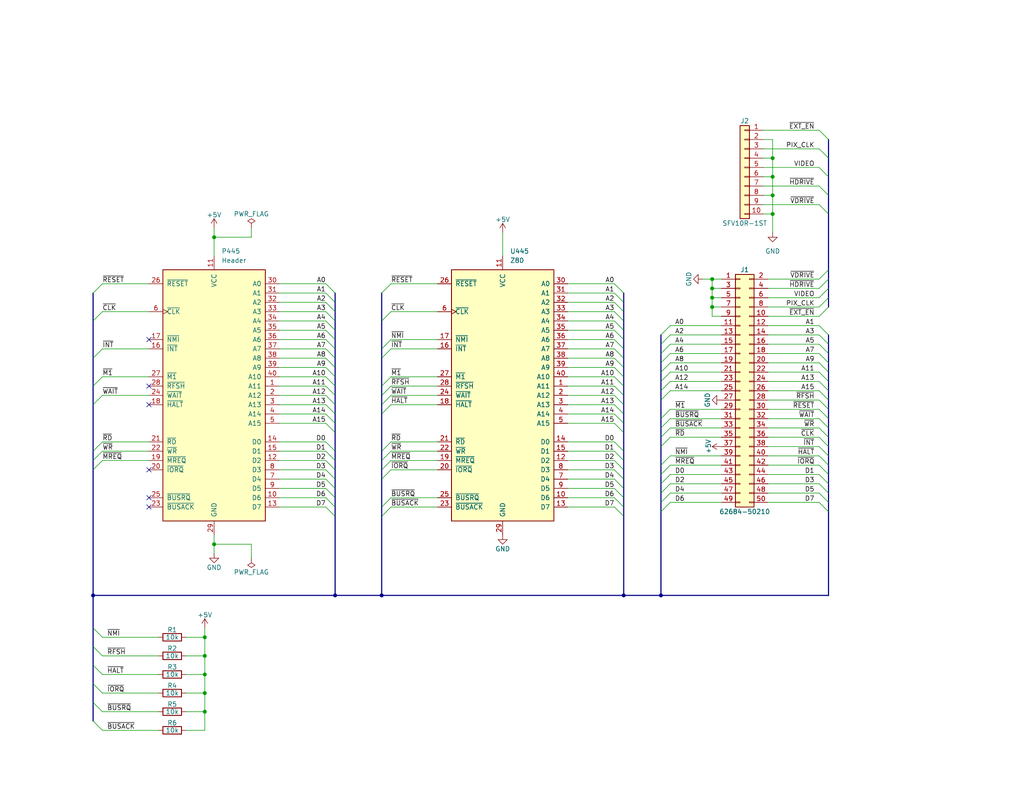
<source format=kicad_sch>
(kicad_sch (version 20211123) (generator eeschema)
  (paper "USLetter")
  (title_block (title "1240-Pi I/O Processor Mod") (date "2022-05-21") (rev "1.0") (company "© 2022 Sam Hanes, licensed under CERN-OHL-S v2+") (comment 1 "https://github.com/Elemecca/1240pi"))
  (lib_symbols
    (symbol "CPU:Z80CPU" (pin_names (offset 1.016))
      (property "Reference" "U" (at -13.97 35.56 0))
      (property "Value" "Z80CPU" (at 6.35 35.56 0))
      (symbol "Z80CPU_0_1"
        (rectangle (start -13.97 34.29) (end 13.97 -34.29) (stroke (width 0.254)) (fill (type background)))
      )
      (symbol "Z80CPU_1_1"
        (pin output line (at 17.78 2.54 180) (length 3.81) (name "A11") (number "1"))
        (pin bidirectional line (at 17.78 -27.94 180) (length 3.81) (name "D6") (number "10"))
        (pin power_in line (at 0 38.1 270) (length 3.81) (name "VCC") (number "11"))
        (pin bidirectional line (at 17.78 -17.78 180) (length 3.81) (name "D2") (number "12"))
        (pin bidirectional line (at 17.78 -30.48 180) (length 3.81) (name "D7") (number "13"))
        (pin bidirectional line (at 17.78 -12.7 180) (length 3.81) (name "D0") (number "14"))
        (pin bidirectional line (at 17.78 -15.24 180) (length 3.81) (name "D1") (number "15"))
        (pin input line (at -17.78 12.7 0) (length 3.81) (name "~{INT}") (number "16"))
        (pin input line (at -17.78 15.24 0) (length 3.81) (name "~{NMI}") (number "17"))
        (pin output line (at -17.78 -2.54 0) (length 3.81) (name "~{HALT}") (number "18"))
        (pin output line (at -17.78 -17.78 0) (length 3.81) (name "~{MREQ}") (number "19"))
        (pin output line (at 17.78 0 180) (length 3.81) (name "A12") (number "2"))
        (pin output line (at -17.78 -20.32 0) (length 3.81) (name "~{IORQ}") (number "20"))
        (pin output line (at -17.78 -12.7 0) (length 3.81) (name "~{RD}") (number "21"))
        (pin output line (at -17.78 -15.24 0) (length 3.81) (name "~{WR}") (number "22"))
        (pin output line (at -17.78 -30.48 0) (length 3.81) (name "~{BUSACK}") (number "23"))
        (pin input line (at -17.78 0 0) (length 3.81) (name "~{WAIT}") (number "24"))
        (pin input line (at -17.78 -27.94 0) (length 3.81) (name "~{BUSRQ}") (number "25"))
        (pin input line (at -17.78 30.48 0) (length 3.81) (name "~{RESET}") (number "26"))
        (pin output line (at -17.78 5.08 0) (length 3.81) (name "~{M1}") (number "27"))
        (pin output line (at -17.78 2.54 0) (length 3.81) (name "~{RFSH}") (number "28"))
        (pin power_in line (at 0 -38.1 90) (length 3.81) (name "GND") (number "29"))
        (pin output line (at 17.78 -2.54 180) (length 3.81) (name "A13") (number "3"))
        (pin output line (at 17.78 30.48 180) (length 3.81) (name "A0") (number "30"))
        (pin output line (at 17.78 27.94 180) (length 3.81) (name "A1") (number "31"))
        (pin output line (at 17.78 25.4 180) (length 3.81) (name "A2") (number "32"))
        (pin output line (at 17.78 22.86 180) (length 3.81) (name "A3") (number "33"))
        (pin output line (at 17.78 20.32 180) (length 3.81) (name "A4") (number "34"))
        (pin output line (at 17.78 17.78 180) (length 3.81) (name "A5") (number "35"))
        (pin output line (at 17.78 15.24 180) (length 3.81) (name "A6") (number "36"))
        (pin output line (at 17.78 12.7 180) (length 3.81) (name "A7") (number "37"))
        (pin output line (at 17.78 10.16 180) (length 3.81) (name "A8") (number "38"))
        (pin output line (at 17.78 7.62 180) (length 3.81) (name "A9") (number "39"))
        (pin output line (at 17.78 -5.08 180) (length 3.81) (name "A14") (number "4"))
        (pin output line (at 17.78 5.08 180) (length 3.81) (name "A10") (number "40"))
        (pin output line (at 17.78 -7.62 180) (length 3.81) (name "A15") (number "5"))
        (pin input clock (at -17.78 22.86 0) (length 3.81) (name "~{CLK}") (number "6"))
        (pin bidirectional line (at 17.78 -22.86 180) (length 3.81) (name "D4") (number "7"))
        (pin bidirectional line (at 17.78 -20.32 180) (length 3.81) (name "D3") (number "8"))
        (pin bidirectional line (at 17.78 -25.4 180) (length 3.81) (name "D5") (number "9"))
      )
    )
    (symbol "Connector_Generic:Conn_01x10" (pin_names (offset 1.016) hide)
      (property "Reference" "J" (at 0 12.7 0))
      (property "Value" "Conn_01x10" (at 0 -15.24 0))
      (symbol "Conn_01x10_1_1"
        (rectangle (start -1.27 -12.573) (end 0 -12.827) (stroke (width 0.1524)))
        (rectangle (start -1.27 -10.033) (end 0 -10.287) (stroke (width 0.1524)))
        (rectangle (start -1.27 -7.493) (end 0 -7.747) (stroke (width 0.1524)))
        (rectangle (start -1.27 -4.953) (end 0 -5.207) (stroke (width 0.1524)))
        (rectangle (start -1.27 -2.413) (end 0 -2.667) (stroke (width 0.1524)))
        (rectangle (start -1.27 0.127) (end 0 -0.127) (stroke (width 0.1524)))
        (rectangle (start -1.27 2.667) (end 0 2.413) (stroke (width 0.1524)))
        (rectangle (start -1.27 5.207) (end 0 4.953) (stroke (width 0.1524)))
        (rectangle (start -1.27 7.747) (end 0 7.493) (stroke (width 0.1524)))
        (rectangle (start -1.27 10.287) (end 0 10.033) (stroke (width 0.1524)))
        (rectangle (start -1.27 11.43) (end 1.27 -13.97) (stroke (width 0.254)) (fill (type background)))
        (pin passive line (at -5.08 10.16 0) (length 3.81) (name "Pin_1") (number "1"))
        (pin passive line (at -5.08 -12.7 0) (length 3.81) (name "Pin_10") (number "10"))
        (pin passive line (at -5.08 7.62 0) (length 3.81) (name "Pin_2") (number "2"))
        (pin passive line (at -5.08 5.08 0) (length 3.81) (name "Pin_3") (number "3"))
        (pin passive line (at -5.08 2.54 0) (length 3.81) (name "Pin_4") (number "4"))
        (pin passive line (at -5.08 0 0) (length 3.81) (name "Pin_5") (number "5"))
        (pin passive line (at -5.08 -2.54 0) (length 3.81) (name "Pin_6") (number "6"))
        (pin passive line (at -5.08 -5.08 0) (length 3.81) (name "Pin_7") (number "7"))
        (pin passive line (at -5.08 -7.62 0) (length 3.81) (name "Pin_8") (number "8"))
        (pin passive line (at -5.08 -10.16 0) (length 3.81) (name "Pin_9") (number "9"))
      )
    )
    (symbol "Connector_Generic:Conn_02x25_Odd_Even" (pin_names (offset 1.016) hide)
      (property "Reference" "J" (at 1.27 33.02 0))
      (property "Value" "Conn_02x25_Odd_Even" (at 1.27 -33.02 0))
      (symbol "Conn_02x25_Odd_Even_1_1"
        (rectangle (start -1.27 -30.353) (end 0 -30.607) (stroke (width 0.1524)))
        (rectangle (start -1.27 -27.813) (end 0 -28.067) (stroke (width 0.1524)))
        (rectangle (start -1.27 -25.273) (end 0 -25.527) (stroke (width 0.1524)))
        (rectangle (start -1.27 -22.733) (end 0 -22.987) (stroke (width 0.1524)))
        (rectangle (start -1.27 -20.193) (end 0 -20.447) (stroke (width 0.1524)))
        (rectangle (start -1.27 -17.653) (end 0 -17.907) (stroke (width 0.1524)))
        (rectangle (start -1.27 -15.113) (end 0 -15.367) (stroke (width 0.1524)))
        (rectangle (start -1.27 -12.573) (end 0 -12.827) (stroke (width 0.1524)))
        (rectangle (start -1.27 -10.033) (end 0 -10.287) (stroke (width 0.1524)))
        (rectangle (start -1.27 -7.493) (end 0 -7.747) (stroke (width 0.1524)))
        (rectangle (start -1.27 -4.953) (end 0 -5.207) (stroke (width 0.1524)))
        (rectangle (start -1.27 -2.413) (end 0 -2.667) (stroke (width 0.1524)))
        (rectangle (start -1.27 0.127) (end 0 -0.127) (stroke (width 0.1524)))
        (rectangle (start -1.27 2.667) (end 0 2.413) (stroke (width 0.1524)))
        (rectangle (start -1.27 5.207) (end 0 4.953) (stroke (width 0.1524)))
        (rectangle (start -1.27 7.747) (end 0 7.493) (stroke (width 0.1524)))
        (rectangle (start -1.27 10.287) (end 0 10.033) (stroke (width 0.1524)))
        (rectangle (start -1.27 12.827) (end 0 12.573) (stroke (width 0.1524)))
        (rectangle (start -1.27 15.367) (end 0 15.113) (stroke (width 0.1524)))
        (rectangle (start -1.27 17.907) (end 0 17.653) (stroke (width 0.1524)))
        (rectangle (start -1.27 20.447) (end 0 20.193) (stroke (width 0.1524)))
        (rectangle (start -1.27 22.987) (end 0 22.733) (stroke (width 0.1524)))
        (rectangle (start -1.27 25.527) (end 0 25.273) (stroke (width 0.1524)))
        (rectangle (start -1.27 28.067) (end 0 27.813) (stroke (width 0.1524)))
        (rectangle (start -1.27 30.607) (end 0 30.353) (stroke (width 0.1524)))
        (rectangle (start -1.27 31.75) (end 3.81 -31.75) (stroke (width 0.254)) (fill (type background)))
        (rectangle (start 3.81 -30.353) (end 2.54 -30.607) (stroke (width 0.1524)))
        (rectangle (start 3.81 -27.813) (end 2.54 -28.067) (stroke (width 0.1524)))
        (rectangle (start 3.81 -25.273) (end 2.54 -25.527) (stroke (width 0.1524)))
        (rectangle (start 3.81 -22.733) (end 2.54 -22.987) (stroke (width 0.1524)))
        (rectangle (start 3.81 -20.193) (end 2.54 -20.447) (stroke (width 0.1524)))
        (rectangle (start 3.81 -17.653) (end 2.54 -17.907) (stroke (width 0.1524)))
        (rectangle (start 3.81 -15.113) (end 2.54 -15.367) (stroke (width 0.1524)))
        (rectangle (start 3.81 -12.573) (end 2.54 -12.827) (stroke (width 0.1524)))
        (rectangle (start 3.81 -10.033) (end 2.54 -10.287) (stroke (width 0.1524)))
        (rectangle (start 3.81 -7.493) (end 2.54 -7.747) (stroke (width 0.1524)))
        (rectangle (start 3.81 -4.953) (end 2.54 -5.207) (stroke (width 0.1524)))
        (rectangle (start 3.81 -2.413) (end 2.54 -2.667) (stroke (width 0.1524)))
        (rectangle (start 3.81 0.127) (end 2.54 -0.127) (stroke (width 0.1524)))
        (rectangle (start 3.81 2.667) (end 2.54 2.413) (stroke (width 0.1524)))
        (rectangle (start 3.81 5.207) (end 2.54 4.953) (stroke (width 0.1524)))
        (rectangle (start 3.81 7.747) (end 2.54 7.493) (stroke (width 0.1524)))
        (rectangle (start 3.81 10.287) (end 2.54 10.033) (stroke (width 0.1524)))
        (rectangle (start 3.81 12.827) (end 2.54 12.573) (stroke (width 0.1524)))
        (rectangle (start 3.81 15.367) (end 2.54 15.113) (stroke (width 0.1524)))
        (rectangle (start 3.81 17.907) (end 2.54 17.653) (stroke (width 0.1524)))
        (rectangle (start 3.81 20.447) (end 2.54 20.193) (stroke (width 0.1524)))
        (rectangle (start 3.81 22.987) (end 2.54 22.733) (stroke (width 0.1524)))
        (rectangle (start 3.81 25.527) (end 2.54 25.273) (stroke (width 0.1524)))
        (rectangle (start 3.81 28.067) (end 2.54 27.813) (stroke (width 0.1524)))
        (rectangle (start 3.81 30.607) (end 2.54 30.353) (stroke (width 0.1524)))
        (pin passive line (at -5.08 30.48 0) (length 3.81) (name "Pin_1") (number "1"))
        (pin passive line (at 7.62 20.32 180) (length 3.81) (name "Pin_10") (number "10"))
        (pin passive line (at -5.08 17.78 0) (length 3.81) (name "Pin_11") (number "11"))
        (pin passive line (at 7.62 17.78 180) (length 3.81) (name "Pin_12") (number "12"))
        (pin passive line (at -5.08 15.24 0) (length 3.81) (name "Pin_13") (number "13"))
        (pin passive line (at 7.62 15.24 180) (length 3.81) (name "Pin_14") (number "14"))
        (pin passive line (at -5.08 12.7 0) (length 3.81) (name "Pin_15") (number "15"))
        (pin passive line (at 7.62 12.7 180) (length 3.81) (name "Pin_16") (number "16"))
        (pin passive line (at -5.08 10.16 0) (length 3.81) (name "Pin_17") (number "17"))
        (pin passive line (at 7.62 10.16 180) (length 3.81) (name "Pin_18") (number "18"))
        (pin passive line (at -5.08 7.62 0) (length 3.81) (name "Pin_19") (number "19"))
        (pin passive line (at 7.62 30.48 180) (length 3.81) (name "Pin_2") (number "2"))
        (pin passive line (at 7.62 7.62 180) (length 3.81) (name "Pin_20") (number "20"))
        (pin passive line (at -5.08 5.08 0) (length 3.81) (name "Pin_21") (number "21"))
        (pin passive line (at 7.62 5.08 180) (length 3.81) (name "Pin_22") (number "22"))
        (pin passive line (at -5.08 2.54 0) (length 3.81) (name "Pin_23") (number "23"))
        (pin passive line (at 7.62 2.54 180) (length 3.81) (name "Pin_24") (number "24"))
        (pin passive line (at -5.08 0 0) (length 3.81) (name "Pin_25") (number "25"))
        (pin passive line (at 7.62 0 180) (length 3.81) (name "Pin_26") (number "26"))
        (pin passive line (at -5.08 -2.54 0) (length 3.81) (name "Pin_27") (number "27"))
        (pin passive line (at 7.62 -2.54 180) (length 3.81) (name "Pin_28") (number "28"))
        (pin passive line (at -5.08 -5.08 0) (length 3.81) (name "Pin_29") (number "29"))
        (pin passive line (at -5.08 27.94 0) (length 3.81) (name "Pin_3") (number "3"))
        (pin passive line (at 7.62 -5.08 180) (length 3.81) (name "Pin_30") (number "30"))
        (pin passive line (at -5.08 -7.62 0) (length 3.81) (name "Pin_31") (number "31"))
        (pin passive line (at 7.62 -7.62 180) (length 3.81) (name "Pin_32") (number "32"))
        (pin passive line (at -5.08 -10.16 0) (length 3.81) (name "Pin_33") (number "33"))
        (pin passive line (at 7.62 -10.16 180) (length 3.81) (name "Pin_34") (number "34"))
        (pin passive line (at -5.08 -12.7 0) (length 3.81) (name "Pin_35") (number "35"))
        (pin passive line (at 7.62 -12.7 180) (length 3.81) (name "Pin_36") (number "36"))
        (pin passive line (at -5.08 -15.24 0) (length 3.81) (name "Pin_37") (number "37"))
        (pin passive line (at 7.62 -15.24 180) (length 3.81) (name "Pin_38") (number "38"))
        (pin passive line (at -5.08 -17.78 0) (length 3.81) (name "Pin_39") (number "39"))
        (pin passive line (at 7.62 27.94 180) (length 3.81) (name "Pin_4") (number "4"))
        (pin passive line (at 7.62 -17.78 180) (length 3.81) (name "Pin_40") (number "40"))
        (pin passive line (at -5.08 -20.32 0) (length 3.81) (name "Pin_41") (number "41"))
        (pin passive line (at 7.62 -20.32 180) (length 3.81) (name "Pin_42") (number "42"))
        (pin passive line (at -5.08 -22.86 0) (length 3.81) (name "Pin_43") (number "43"))
        (pin passive line (at 7.62 -22.86 180) (length 3.81) (name "Pin_44") (number "44"))
        (pin passive line (at -5.08 -25.4 0) (length 3.81) (name "Pin_45") (number "45"))
        (pin passive line (at 7.62 -25.4 180) (length 3.81) (name "Pin_46") (number "46"))
        (pin passive line (at -5.08 -27.94 0) (length 3.81) (name "Pin_47") (number "47"))
        (pin passive line (at 7.62 -27.94 180) (length 3.81) (name "Pin_48") (number "48"))
        (pin passive line (at -5.08 -30.48 0) (length 3.81) (name "Pin_49") (number "49"))
        (pin passive line (at -5.08 25.4 0) (length 3.81) (name "Pin_5") (number "5"))
        (pin passive line (at 7.62 -30.48 180) (length 3.81) (name "Pin_50") (number "50"))
        (pin passive line (at 7.62 25.4 180) (length 3.81) (name "Pin_6") (number "6"))
        (pin passive line (at -5.08 22.86 0) (length 3.81) (name "Pin_7") (number "7"))
        (pin passive line (at 7.62 22.86 180) (length 3.81) (name "Pin_8") (number "8"))
        (pin passive line (at -5.08 20.32 0) (length 3.81) (name "Pin_9") (number "9"))
      )
    )
    (symbol "Device:R" (pin_numbers hide) (pin_names (offset 0))
      (property "Reference" "R" (at 2.032 0 90))
      (property "Value" "R" (at 0 0 90))
      (symbol "R_0_1"
        (rectangle (start -1.016 -2.54) (end 1.016 2.54) (stroke (width 0.254)))
      )
      (symbol "R_1_1"
        (pin passive line (at 0 3.81 270) (length 1.27) (name "~") (number "1"))
        (pin passive line (at 0 -3.81 90) (length 1.27) (name "~") (number "2"))
      )
    )
    (symbol "power:+5V" (power) (pin_names (offset 0))
      (property "Value" "+5V" (at 0 3.556 0))
      (symbol "+5V_0_1"
        (polyline (pts (xy -0.762 1.27) (xy 0 2.54)))
        (polyline (pts (xy 0 0) (xy 0 2.54)))
        (polyline (pts (xy 0 2.54) (xy 0.762 1.27)))
      )
      (symbol "+5V_1_1"
        (pin power_in line (at 0 0 90) (length 0) hide (name "+5V") (number "1"))
      )
    )
    (symbol "power:GND" (power) (pin_names (offset 0))
      (property "Value" "GND" (at 0 -3.81 0))
      (symbol "GND_0_1"
        (polyline (pts (xy 0 0) (xy 0 -1.27) (xy 1.27 -1.27) (xy 0 -2.54) (xy -1.27 -1.27) (xy 0 -1.27)))
      )
      (symbol "GND_1_1"
        (pin power_in line (at 0 0 270) (length 0) hide (name "GND") (number "1"))
      )
    )
    (symbol "power:PWR_FLAG" (power) (pin_numbers hide) (pin_names (offset 0) hide)
      (property "Value" "PWR_FLAG" (at 0 3.81 0))
      (symbol "PWR_FLAG_0_0"
        (pin power_out line (at 0 0 90) (length 0) (name "pwr") (number "1"))
      )
      (symbol "PWR_FLAG_0_1"
        (polyline (pts (xy 0 0) (xy 0 1.27) (xy -1.016 1.905) (xy 0 2.54) (xy 1.016 1.905) (xy 0 1.27)))
      )
    )
  )
  (junction (at 55.88 189.23))
  (junction (at 170.18 162.56))
  (junction (at 91.44 162.56))
  (junction (at 194.31 78.74))
  (junction (at 210.82 48.26))
  (junction (at 58.42 64.77))
  (junction (at 210.82 53.34))
  (junction (at 210.82 58.42))
  (junction (at 55.88 179.07))
  (junction (at 55.88 194.31))
  (junction (at 194.31 76.2))
  (junction (at 25.4 162.56))
  (junction (at 55.88 184.15))
  (junction (at 58.42 148.59))
  (junction (at 55.88 173.99))
  (junction (at 104.14 162.56))
  (junction (at 194.31 81.28))
  (junction (at 210.82 43.18))
  (junction (at 180.34 162.56))
  (junction (at 194.31 83.82))
  (no_connect (at 40.64 92.71))
  (no_connect (at 40.64 110.49))
  (no_connect (at 40.64 105.41))
  (no_connect (at 40.64 135.89))
  (no_connect (at 40.64 138.43))
  (no_connect (at 40.64 128.27))
  (bus_entry (at 88.9 128.27) (size 2.54 2.54))
  (bus_entry (at 223.52 99.06) (size 2.54 2.54))
  (bus_entry (at 27.94 120.65) (size -2.54 2.54))
  (bus_entry (at 167.64 80.01) (size 2.54 2.54))
  (bus_entry (at 223.52 116.84) (size 2.54 2.54))
  (bus_entry (at 223.52 127) (size 2.54 2.54))
  (bus_entry (at 27.94 95.25) (size -2.54 2.54))
  (bus_entry (at 223.52 106.68) (size 2.54 2.54))
  (bus_entry (at 167.64 125.73) (size 2.54 2.54))
  (bus_entry (at 167.64 138.43) (size 2.54 2.54))
  (bus_entry (at 223.52 114.3) (size 2.54 2.54))
  (bus_entry (at 223.52 40.64) (size 2.54 2.54))
  (bus_entry (at 223.52 35.56) (size 2.54 2.54))
  (bus_entry (at 223.52 45.72) (size 2.54 2.54))
  (bus_entry (at 223.52 55.88) (size 2.54 2.54))
  (bus_entry (at 223.52 50.8) (size 2.54 2.54))
  (bus_entry (at 106.68 138.43) (size -2.54 2.54))
  (bus_entry (at 27.94 123.19) (size -2.54 2.54))
  (bus_entry (at 167.64 123.19) (size 2.54 2.54))
  (bus_entry (at 167.64 102.87) (size 2.54 2.54))
  (bus_entry (at 182.88 132.08) (size -2.54 2.54))
  (bus_entry (at 223.52 88.9) (size 2.54 2.54))
  (bus_entry (at 88.9 85.09) (size 2.54 2.54))
  (bus_entry (at 167.64 107.95) (size 2.54 2.54))
  (bus_entry (at 88.9 123.19) (size 2.54 2.54))
  (bus_entry (at 223.52 121.92) (size 2.54 2.54))
  (bus_entry (at 182.88 88.9) (size -2.54 2.54))
  (bus_entry (at 167.64 130.81) (size 2.54 2.54))
  (bus_entry (at 182.88 99.06) (size -2.54 2.54))
  (bus_entry (at 223.52 109.22) (size 2.54 2.54))
  (bus_entry (at 88.9 105.41) (size 2.54 2.54))
  (bus_entry (at 167.64 105.41) (size 2.54 2.54))
  (bus_entry (at 167.64 115.57) (size 2.54 2.54))
  (bus_entry (at 223.52 129.54) (size 2.54 2.54))
  (bus_entry (at 167.64 133.35) (size 2.54 2.54))
  (bus_entry (at 106.68 105.41) (size -2.54 2.54))
  (bus_entry (at 182.88 111.76) (size -2.54 2.54))
  (bus_entry (at 167.64 90.17) (size 2.54 2.54))
  (bus_entry (at 167.64 82.55) (size 2.54 2.54))
  (bus_entry (at 182.88 106.68) (size -2.54 2.54))
  (bus_entry (at 106.68 77.47) (size -2.54 2.54))
  (bus_entry (at 223.52 137.16) (size 2.54 2.54))
  (bus_entry (at 106.68 128.27) (size -2.54 2.54))
  (bus_entry (at 223.52 124.46) (size 2.54 2.54))
  (bus_entry (at 27.94 125.73) (size -2.54 2.54))
  (bus_entry (at 223.52 91.44) (size 2.54 2.54))
  (bus_entry (at 106.68 110.49) (size -2.54 2.54))
  (bus_entry (at 88.9 92.71) (size 2.54 2.54))
  (bus_entry (at 182.88 137.16) (size -2.54 2.54))
  (bus_entry (at 27.94 77.47) (size -2.54 2.54))
  (bus_entry (at 88.9 120.65) (size 2.54 2.54))
  (bus_entry (at 182.88 91.44) (size -2.54 2.54))
  (bus_entry (at 88.9 95.25) (size 2.54 2.54))
  (bus_entry (at 88.9 138.43) (size 2.54 2.54))
  (bus_entry (at 106.68 95.25) (size -2.54 2.54))
  (bus_entry (at 88.9 107.95) (size 2.54 2.54))
  (bus_entry (at 223.52 101.6) (size 2.54 2.54))
  (bus_entry (at 88.9 110.49) (size 2.54 2.54))
  (bus_entry (at 167.64 95.25) (size 2.54 2.54))
  (bus_entry (at 27.94 85.09) (size -2.54 2.54))
  (bus_entry (at 182.88 96.52) (size -2.54 2.54))
  (bus_entry (at 182.88 127) (size -2.54 2.54))
  (bus_entry (at 106.68 92.71) (size -2.54 2.54))
  (bus_entry (at 167.64 113.03) (size 2.54 2.54))
  (bus_entry (at 88.9 82.55) (size 2.54 2.54))
  (bus_entry (at 106.68 102.87) (size -2.54 2.54))
  (bus_entry (at 167.64 77.47) (size 2.54 2.54))
  (bus_entry (at 106.68 107.95) (size -2.54 2.54))
  (bus_entry (at 106.68 85.09) (size -2.54 2.54))
  (bus_entry (at 167.64 110.49) (size 2.54 2.54))
  (bus_entry (at 88.9 135.89) (size 2.54 2.54))
  (bus_entry (at 88.9 77.47) (size 2.54 2.54))
  (bus_entry (at 27.94 107.95) (size -2.54 2.54))
  (bus_entry (at 182.88 104.14) (size -2.54 2.54))
  (bus_entry (at 88.9 97.79) (size 2.54 2.54))
  (bus_entry (at 223.52 134.62) (size 2.54 2.54))
  (bus_entry (at 167.64 85.09) (size 2.54 2.54))
  (bus_entry (at 182.88 101.6) (size -2.54 2.54))
  (bus_entry (at 182.88 116.84) (size -2.54 2.54))
  (bus_entry (at 106.68 135.89) (size -2.54 2.54))
  (bus_entry (at 223.52 76.2) (size 2.54 -2.54))
  (bus_entry (at 88.9 80.01) (size 2.54 2.54))
  (bus_entry (at 106.68 123.19) (size -2.54 2.54))
  (bus_entry (at 88.9 125.73) (size 2.54 2.54))
  (bus_entry (at 106.68 125.73) (size -2.54 2.54))
  (bus_entry (at 223.52 119.38) (size 2.54 2.54))
  (bus_entry (at 167.64 120.65) (size 2.54 2.54))
  (bus_entry (at 167.64 97.79) (size 2.54 2.54))
  (bus_entry (at 167.64 87.63) (size 2.54 2.54))
  (bus_entry (at 27.94 102.87) (size -2.54 2.54))
  (bus_entry (at 223.52 96.52) (size 2.54 2.54))
  (bus_entry (at 88.9 130.81) (size 2.54 2.54))
  (bus_entry (at 223.52 132.08) (size 2.54 2.54))
  (bus_entry (at 223.52 78.74) (size 2.54 -2.54))
  (bus_entry (at 223.52 81.28) (size 2.54 -2.54))
  (bus_entry (at 223.52 83.82) (size 2.54 -2.54))
  (bus_entry (at 223.52 86.36) (size 2.54 -2.54))
  (bus_entry (at 182.88 134.62) (size -2.54 2.54))
  (bus_entry (at 106.68 120.65) (size -2.54 2.54))
  (bus_entry (at 88.9 100.33) (size 2.54 2.54))
  (bus_entry (at 88.9 113.03) (size 2.54 2.54))
  (bus_entry (at 88.9 115.57) (size 2.54 2.54))
  (bus_entry (at 88.9 90.17) (size 2.54 2.54))
  (bus_entry (at 167.64 100.33) (size 2.54 2.54))
  (bus_entry (at 167.64 92.71) (size 2.54 2.54))
  (bus_entry (at 182.88 129.54) (size -2.54 2.54))
  (bus_entry (at 223.52 111.76) (size 2.54 2.54))
  (bus_entry (at 27.94 194.31) (size -2.54 -2.54))
  (bus_entry (at 27.94 199.39) (size -2.54 -2.54))
  (bus_entry (at 27.94 189.23) (size -2.54 -2.54))
  (bus_entry (at 27.94 173.99) (size -2.54 -2.54))
  (bus_entry (at 27.94 179.07) (size -2.54 -2.54))
  (bus_entry (at 27.94 184.15) (size -2.54 -2.54))
  (bus_entry (at 182.88 119.38) (size -2.54 2.54))
  (bus_entry (at 88.9 87.63) (size 2.54 2.54))
  (bus_entry (at 223.52 93.98) (size 2.54 2.54))
  (bus_entry (at 182.88 124.46) (size -2.54 2.54))
  (bus_entry (at 182.88 114.3) (size -2.54 2.54))
  (bus_entry (at 167.64 135.89) (size 2.54 2.54))
  (bus_entry (at 182.88 93.98) (size -2.54 2.54))
  (bus_entry (at 88.9 133.35) (size 2.54 2.54))
  (bus_entry (at 88.9 102.87) (size 2.54 2.54))
  (bus_entry (at 223.52 104.14) (size 2.54 2.54))
  (bus_entry (at 167.64 128.27) (size 2.54 2.54))
  (wire (pts (xy 58.42 148.59) (xy 58.42 151.13)))
  (bus (pts (xy 91.44 100.33) (xy 91.44 102.87)))
  (bus (pts (xy 226.06 58.42) (xy 226.06 73.66)))
  (wire (pts (xy 68.58 152.4) (xy 68.58 148.59)))
  (wire (pts (xy 76.2 82.55) (xy 88.9 82.55)))
  (wire (pts (xy 209.55 132.08) (xy 223.52 132.08)))
  (wire (pts (xy 209.55 109.22) (xy 223.52 109.22)))
  (wire (pts (xy 154.94 133.35) (xy 167.64 133.35)))
  (bus (pts (xy 180.34 127) (xy 180.34 129.54)))
  (bus (pts (xy 91.44 105.41) (xy 91.44 107.95)))
  (wire (pts (xy 182.88 119.38) (xy 196.85 119.38)))
  (wire (pts (xy 58.42 64.77) (xy 58.42 69.85)))
  (bus (pts (xy 180.34 96.52) (xy 180.34 99.06)))
  (bus (pts (xy 180.34 162.56) (xy 170.18 162.56)))
  (bus (pts (xy 91.44 130.81) (xy 91.44 133.35)))
  (wire (pts (xy 209.55 129.54) (xy 223.52 129.54)))
  (bus (pts (xy 226.06 106.68) (xy 226.06 109.22)))
  (wire (pts (xy 106.68 128.27) (xy 119.38 128.27)))
  (bus (pts (xy 91.44 113.03) (xy 91.44 115.57)))
  (wire (pts (xy 154.94 123.19) (xy 167.64 123.19)))
  (bus (pts (xy 226.06 139.7) (xy 226.06 162.56)))
  (bus (pts (xy 226.06 109.22) (xy 226.06 111.76)))
  (bus (pts (xy 91.44 107.95) (xy 91.44 110.49)))
  (wire (pts (xy 76.2 123.19) (xy 88.9 123.19)))
  (wire (pts (xy 106.68 102.87) (xy 119.38 102.87)))
  (wire (pts (xy 154.94 120.65) (xy 167.64 120.65)))
  (bus (pts (xy 104.14 110.49) (xy 104.14 113.03)))
  (wire (pts (xy 76.2 115.57) (xy 88.9 115.57)))
  (wire (pts (xy 210.82 38.1) (xy 208.28 38.1)))
  (wire (pts (xy 76.2 87.63) (xy 88.9 87.63)))
  (bus (pts (xy 91.44 128.27) (xy 91.44 130.81)))
  (bus (pts (xy 25.4 186.69) (xy 25.4 191.77)))
  (wire (pts (xy 154.94 85.09) (xy 167.64 85.09)))
  (wire (pts (xy 27.94 184.15) (xy 43.18 184.15)))
  (wire (pts (xy 209.55 111.76) (xy 223.52 111.76)))
  (wire (pts (xy 27.94 123.19) (xy 40.64 123.19)))
  (bus (pts (xy 91.44 118.11) (xy 91.44 123.19)))
  (bus (pts (xy 170.18 102.87) (xy 170.18 105.41)))
  (wire (pts (xy 50.8 199.39) (xy 55.88 199.39)))
  (bus (pts (xy 91.44 87.63) (xy 91.44 90.17)))
  (wire (pts (xy 209.55 86.36) (xy 223.52 86.36)))
  (bus (pts (xy 226.06 101.6) (xy 226.06 104.14)))
  (wire (pts (xy 208.28 50.8) (xy 223.52 50.8)))
  (bus (pts (xy 91.44 110.49) (xy 91.44 113.03)))
  (wire (pts (xy 182.88 124.46) (xy 196.85 124.46)))
  (bus (pts (xy 226.06 78.74) (xy 226.06 81.28)))
  (wire (pts (xy 154.94 87.63) (xy 167.64 87.63)))
  (bus (pts (xy 91.44 162.56) (xy 104.14 162.56)))
  (bus (pts (xy 170.18 113.03) (xy 170.18 115.57)))
  (wire (pts (xy 68.58 148.59) (xy 58.42 148.59)))
  (bus (pts (xy 226.06 43.18) (xy 226.06 48.26)))
  (bus (pts (xy 226.06 99.06) (xy 226.06 101.6)))
  (bus (pts (xy 25.4 191.77) (xy 25.4 196.85)))
  (bus (pts (xy 226.06 91.44) (xy 226.06 93.98)))
  (wire (pts (xy 154.94 135.89) (xy 167.64 135.89)))
  (wire (pts (xy 76.2 130.81) (xy 88.9 130.81)))
  (bus (pts (xy 170.18 90.17) (xy 170.18 92.71)))
  (wire (pts (xy 194.31 83.82) (xy 196.85 83.82)))
  (wire (pts (xy 76.2 95.25) (xy 88.9 95.25)))
  (bus (pts (xy 180.34 93.98) (xy 180.34 96.52)))
  (wire (pts (xy 182.88 116.84) (xy 196.85 116.84)))
  (wire (pts (xy 194.31 78.74) (xy 196.85 78.74)))
  (bus (pts (xy 226.06 48.26) (xy 226.06 53.34)))
  (bus (pts (xy 91.44 85.09) (xy 91.44 87.63)))
  (bus (pts (xy 104.14 105.41) (xy 104.14 107.95)))
  (wire (pts (xy 55.88 184.15) (xy 55.88 179.07)))
  (wire (pts (xy 76.2 113.03) (xy 88.9 113.03)))
  (wire (pts (xy 50.8 189.23) (xy 55.88 189.23)))
  (bus (pts (xy 104.14 80.01) (xy 104.14 87.63)))
  (bus (pts (xy 25.4 162.56) (xy 25.4 171.45)))
  (bus (pts (xy 25.4 125.73) (xy 25.4 128.27)))
  (wire (pts (xy 76.2 128.27) (xy 88.9 128.27)))
  (wire (pts (xy 76.2 102.87) (xy 88.9 102.87)))
  (wire (pts (xy 208.28 43.18) (xy 210.82 43.18)))
  (wire (pts (xy 27.94 199.39) (xy 43.18 199.39)))
  (wire (pts (xy 182.88 93.98) (xy 196.85 93.98)))
  (bus (pts (xy 25.4 97.79) (xy 25.4 105.41)))
  (wire (pts (xy 27.94 173.99) (xy 43.18 173.99)))
  (wire (pts (xy 55.88 199.39) (xy 55.88 194.31)))
  (wire (pts (xy 76.2 77.47) (xy 88.9 77.47)))
  (wire (pts (xy 106.68 125.73) (xy 119.38 125.73)))
  (wire (pts (xy 154.94 97.79) (xy 167.64 97.79)))
  (bus (pts (xy 226.06 127) (xy 226.06 129.54)))
  (bus (pts (xy 170.18 135.89) (xy 170.18 138.43)))
  (bus (pts (xy 180.34 129.54) (xy 180.34 132.08)))
  (wire (pts (xy 154.94 95.25) (xy 167.64 95.25)))
  (wire (pts (xy 209.55 116.84) (xy 223.52 116.84)))
  (bus (pts (xy 25.4 181.61) (xy 25.4 186.69)))
  (wire (pts (xy 68.58 62.23) (xy 68.58 64.77)))
  (bus (pts (xy 170.18 115.57) (xy 170.18 118.11)))
  (bus (pts (xy 226.06 114.3) (xy 226.06 116.84)))
  (wire (pts (xy 209.55 91.44) (xy 223.52 91.44)))
  (wire (pts (xy 76.2 138.43) (xy 88.9 138.43)))
  (wire (pts (xy 55.88 173.99) (xy 55.88 171.45)))
  (bus (pts (xy 25.4 128.27) (xy 25.4 162.56)))
  (wire (pts (xy 137.16 63.5) (xy 137.16 69.85)))
  (wire (pts (xy 50.8 194.31) (xy 55.88 194.31)))
  (wire (pts (xy 76.2 120.65) (xy 88.9 120.65)))
  (wire (pts (xy 106.68 77.47) (xy 119.38 77.47)))
  (wire (pts (xy 76.2 92.71) (xy 88.9 92.71)))
  (wire (pts (xy 182.88 88.9) (xy 196.85 88.9)))
  (bus (pts (xy 91.44 140.97) (xy 91.44 162.56)))
  (wire (pts (xy 68.58 64.77) (xy 58.42 64.77)))
  (bus (pts (xy 180.34 99.06) (xy 180.34 101.6)))
  (wire (pts (xy 106.68 123.19) (xy 119.38 123.19)))
  (bus (pts (xy 170.18 133.35) (xy 170.18 135.89)))
  (wire (pts (xy 76.2 90.17) (xy 88.9 90.17)))
  (wire (pts (xy 154.94 82.55) (xy 167.64 82.55)))
  (bus (pts (xy 226.06 53.34) (xy 226.06 58.42)))
  (wire (pts (xy 55.88 179.07) (xy 55.88 173.99)))
  (bus (pts (xy 25.4 105.41) (xy 25.4 110.49)))
  (wire (pts (xy 209.55 134.62) (xy 223.52 134.62)))
  (bus (pts (xy 170.18 128.27) (xy 170.18 130.81)))
  (bus (pts (xy 91.44 125.73) (xy 91.44 128.27)))
  (wire (pts (xy 50.8 184.15) (xy 55.88 184.15)))
  (wire (pts (xy 208.28 53.34) (xy 210.82 53.34)))
  (wire (pts (xy 76.2 80.01) (xy 88.9 80.01)))
  (wire (pts (xy 182.88 132.08) (xy 196.85 132.08)))
  (bus (pts (xy 226.06 119.38) (xy 226.06 121.92)))
  (wire (pts (xy 209.55 88.9) (xy 223.52 88.9)))
  (bus (pts (xy 226.06 111.76) (xy 226.06 114.3)))
  (wire (pts (xy 106.68 107.95) (xy 119.38 107.95)))
  (bus (pts (xy 180.34 101.6) (xy 180.34 104.14)))
  (wire (pts (xy 194.31 86.36) (xy 196.85 86.36)))
  (bus (pts (xy 25.4 80.01) (xy 25.4 87.63)))
  (wire (pts (xy 76.2 97.79) (xy 88.9 97.79)))
  (wire (pts (xy 106.68 105.41) (xy 119.38 105.41)))
  (wire (pts (xy 27.94 85.09) (xy 40.64 85.09)))
  (bus (pts (xy 226.06 134.62) (xy 226.06 137.16)))
  (wire (pts (xy 194.31 83.82) (xy 194.31 86.36)))
  (bus (pts (xy 25.4 123.19) (xy 25.4 125.73)))
  (wire (pts (xy 154.94 90.17) (xy 167.64 90.17)))
  (wire (pts (xy 76.2 105.41) (xy 88.9 105.41)))
  (bus (pts (xy 91.44 123.19) (xy 91.44 125.73)))
  (bus (pts (xy 170.18 85.09) (xy 170.18 87.63)))
  (wire (pts (xy 76.2 85.09) (xy 88.9 85.09)))
  (wire (pts (xy 191.77 76.2) (xy 194.31 76.2)))
  (wire (pts (xy 106.68 92.71) (xy 119.38 92.71)))
  (wire (pts (xy 154.94 102.87) (xy 167.64 102.87)))
  (wire (pts (xy 50.8 179.07) (xy 55.88 179.07)))
  (wire (pts (xy 106.68 138.43) (xy 119.38 138.43)))
  (wire (pts (xy 55.88 194.31) (xy 55.88 189.23)))
  (bus (pts (xy 91.44 90.17) (xy 91.44 92.71)))
  (wire (pts (xy 194.31 78.74) (xy 194.31 81.28)))
  (wire (pts (xy 209.55 106.68) (xy 223.52 106.68)))
  (wire (pts (xy 196.85 76.2) (xy 194.31 76.2)))
  (bus (pts (xy 226.06 93.98) (xy 226.06 96.52)))
  (wire (pts (xy 209.55 76.2) (xy 223.52 76.2)))
  (wire (pts (xy 209.55 124.46) (xy 223.52 124.46)))
  (bus (pts (xy 226.06 137.16) (xy 226.06 139.7)))
  (wire (pts (xy 182.88 114.3) (xy 196.85 114.3)))
  (wire (pts (xy 76.2 125.73) (xy 88.9 125.73)))
  (bus (pts (xy 170.18 100.33) (xy 170.18 102.87)))
  (wire (pts (xy 209.55 127) (xy 223.52 127)))
  (wire (pts (xy 182.88 91.44) (xy 196.85 91.44)))
  (wire (pts (xy 27.94 194.31) (xy 43.18 194.31)))
  (bus (pts (xy 91.44 82.55) (xy 91.44 85.09)))
  (bus (pts (xy 170.18 140.97) (xy 170.18 162.56)))
  (bus (pts (xy 180.34 134.62) (xy 180.34 137.16)))
  (wire (pts (xy 182.88 106.68) (xy 196.85 106.68)))
  (wire (pts (xy 209.55 101.6) (xy 223.52 101.6)))
  (wire (pts (xy 182.88 134.62) (xy 196.85 134.62)))
  (wire (pts (xy 58.42 146.05) (xy 58.42 148.59)))
  (bus (pts (xy 104.14 123.19) (xy 104.14 125.73)))
  (wire (pts (xy 209.55 99.06) (xy 223.52 99.06)))
  (wire (pts (xy 154.94 138.43) (xy 167.64 138.43)))
  (bus (pts (xy 170.18 105.41) (xy 170.18 107.95)))
  (wire (pts (xy 208.28 40.64) (xy 223.52 40.64)))
  (bus (pts (xy 91.44 92.71) (xy 91.44 95.25)))
  (bus (pts (xy 170.18 110.49) (xy 170.18 113.03)))
  (wire (pts (xy 76.2 110.49) (xy 88.9 110.49)))
  (bus (pts (xy 180.34 121.92) (xy 180.34 127)))
  (wire (pts (xy 182.88 101.6) (xy 196.85 101.6)))
  (wire (pts (xy 58.42 62.23) (xy 58.42 64.77)))
  (bus (pts (xy 180.34 104.14) (xy 180.34 106.68)))
  (bus (pts (xy 104.14 130.81) (xy 104.14 138.43)))
  (bus (pts (xy 180.34 137.16) (xy 180.34 139.7)))
  (wire (pts (xy 209.55 81.28) (xy 223.52 81.28)))
  (bus (pts (xy 25.4 162.56) (xy 91.44 162.56)))
  (bus (pts (xy 91.44 133.35) (xy 91.44 135.89)))
  (bus (pts (xy 226.06 96.52) (xy 226.06 99.06)))
  (wire (pts (xy 208.28 35.56) (xy 223.52 35.56)))
  (wire (pts (xy 208.28 58.42) (xy 210.82 58.42)))
  (wire (pts (xy 50.8 173.99) (xy 55.88 173.99)))
  (wire (pts (xy 154.94 77.47) (xy 167.64 77.47)))
  (bus (pts (xy 180.34 114.3) (xy 180.34 116.84)))
  (wire (pts (xy 106.68 120.65) (xy 119.38 120.65)))
  (wire (pts (xy 208.28 45.72) (xy 223.52 45.72)))
  (bus (pts (xy 170.18 107.95) (xy 170.18 110.49)))
  (wire (pts (xy 182.88 129.54) (xy 196.85 129.54)))
  (bus (pts (xy 170.18 97.79) (xy 170.18 100.33)))
  (wire (pts (xy 106.68 110.49) (xy 119.38 110.49)))
  (wire (pts (xy 76.2 135.89) (xy 88.9 135.89)))
  (bus (pts (xy 226.06 104.14) (xy 226.06 106.68)))
  (bus (pts (xy 25.4 110.49) (xy 25.4 123.19)))
  (wire (pts (xy 209.55 93.98) (xy 223.52 93.98)))
  (wire (pts (xy 55.88 189.23) (xy 55.88 184.15)))
  (wire (pts (xy 27.94 95.25) (xy 40.64 95.25)))
  (bus (pts (xy 91.44 138.43) (xy 91.44 140.97)))
  (bus (pts (xy 180.34 109.22) (xy 180.34 114.3)))
  (bus (pts (xy 104.14 95.25) (xy 104.14 97.79)))
  (bus (pts (xy 170.18 118.11) (xy 170.18 123.19)))
  (bus (pts (xy 226.06 76.2) (xy 226.06 78.74)))
  (wire (pts (xy 154.94 105.41) (xy 167.64 105.41)))
  (wire (pts (xy 154.94 130.81) (xy 167.64 130.81)))
  (wire (pts (xy 210.82 58.42) (xy 210.82 53.34)))
  (wire (pts (xy 154.94 110.49) (xy 167.64 110.49)))
  (bus (pts (xy 170.18 92.71) (xy 170.18 95.25)))
  (bus (pts (xy 170.18 130.81) (xy 170.18 133.35)))
  (wire (pts (xy 154.94 80.01) (xy 167.64 80.01)))
  (bus (pts (xy 104.14 87.63) (xy 104.14 95.25)))
  (wire (pts (xy 209.55 137.16) (xy 223.52 137.16)))
  (wire (pts (xy 27.94 120.65) (xy 40.64 120.65)))
  (wire (pts (xy 209.55 121.92) (xy 223.52 121.92)))
  (bus (pts (xy 170.18 95.25) (xy 170.18 97.79)))
  (wire (pts (xy 27.94 107.95) (xy 40.64 107.95)))
  (bus (pts (xy 91.44 102.87) (xy 91.44 105.41)))
  (bus (pts (xy 226.06 129.54) (xy 226.06 132.08)))
  (bus (pts (xy 180.34 116.84) (xy 180.34 119.38)))
  (wire (pts (xy 27.94 77.47) (xy 40.64 77.47)))
  (wire (pts (xy 209.55 104.14) (xy 223.52 104.14)))
  (bus (pts (xy 104.14 128.27) (xy 104.14 130.81)))
  (bus (pts (xy 104.14 97.79) (xy 104.14 105.41)))
  (wire (pts (xy 194.31 81.28) (xy 196.85 81.28)))
  (bus (pts (xy 180.34 162.56) (xy 226.06 162.56)))
  (wire (pts (xy 209.55 83.82) (xy 223.52 83.82)))
  (bus (pts (xy 226.06 124.46) (xy 226.06 127)))
  (bus (pts (xy 91.44 97.79) (xy 91.44 100.33)))
  (bus (pts (xy 25.4 171.45) (xy 25.4 176.53)))
  (wire (pts (xy 76.2 100.33) (xy 88.9 100.33)))
  (bus (pts (xy 170.18 123.19) (xy 170.18 125.73)))
  (wire (pts (xy 209.55 96.52) (xy 223.52 96.52)))
  (wire (pts (xy 209.55 119.38) (xy 223.52 119.38)))
  (bus (pts (xy 226.06 81.28) (xy 226.06 83.82)))
  (wire (pts (xy 194.31 76.2) (xy 194.31 78.74)))
  (wire (pts (xy 154.94 125.73) (xy 167.64 125.73)))
  (bus (pts (xy 180.34 106.68) (xy 180.34 109.22)))
  (bus (pts (xy 180.34 91.44) (xy 180.34 93.98)))
  (wire (pts (xy 76.2 133.35) (xy 88.9 133.35)))
  (wire (pts (xy 182.88 96.52) (xy 196.85 96.52)))
  (wire (pts (xy 208.28 48.26) (xy 210.82 48.26)))
  (wire (pts (xy 210.82 48.26) (xy 210.82 43.18)))
  (bus (pts (xy 25.4 87.63) (xy 25.4 97.79)))
  (wire (pts (xy 210.82 63.5) (xy 210.82 58.42)))
  (bus (pts (xy 170.18 138.43) (xy 170.18 140.97)))
  (bus (pts (xy 104.14 113.03) (xy 104.14 123.19)))
  (bus (pts (xy 104.14 138.43) (xy 104.14 140.97)))
  (bus (pts (xy 104.14 125.73) (xy 104.14 128.27)))
  (wire (pts (xy 154.94 107.95) (xy 167.64 107.95)))
  (wire (pts (xy 27.94 102.87) (xy 40.64 102.87)))
  (wire (pts (xy 154.94 113.03) (xy 167.64 113.03)))
  (bus (pts (xy 226.06 38.1) (xy 226.06 43.18)))
  (bus (pts (xy 226.06 73.66) (xy 226.06 76.2)))
  (wire (pts (xy 182.88 104.14) (xy 196.85 104.14)))
  (bus (pts (xy 91.44 135.89) (xy 91.44 138.43)))
  (bus (pts (xy 104.14 107.95) (xy 104.14 110.49)))
  (wire (pts (xy 182.88 111.76) (xy 196.85 111.76)))
  (wire (pts (xy 106.68 135.89) (xy 119.38 135.89)))
  (bus (pts (xy 170.18 125.73) (xy 170.18 128.27)))
  (wire (pts (xy 208.28 55.88) (xy 223.52 55.88)))
  (bus (pts (xy 91.44 80.01) (xy 91.44 82.55)))
  (wire (pts (xy 154.94 100.33) (xy 167.64 100.33)))
  (bus (pts (xy 226.06 116.84) (xy 226.06 119.38)))
  (bus (pts (xy 170.18 82.55) (xy 170.18 85.09)))
  (bus (pts (xy 170.18 80.01) (xy 170.18 82.55)))
  (wire (pts (xy 210.82 43.18) (xy 210.82 38.1)))
  (wire (pts (xy 182.88 99.06) (xy 196.85 99.06)))
  (bus (pts (xy 180.34 132.08) (xy 180.34 134.62)))
  (wire (pts (xy 27.94 189.23) (xy 43.18 189.23)))
  (wire (pts (xy 209.55 78.74) (xy 223.52 78.74)))
  (wire (pts (xy 27.94 125.73) (xy 40.64 125.73)))
  (wire (pts (xy 154.94 92.71) (xy 167.64 92.71)))
  (wire (pts (xy 154.94 115.57) (xy 167.64 115.57)))
  (wire (pts (xy 182.88 137.16) (xy 196.85 137.16)))
  (bus (pts (xy 91.44 115.57) (xy 91.44 118.11)))
  (bus (pts (xy 180.34 119.38) (xy 180.34 121.92)))
  (wire (pts (xy 210.82 53.34) (xy 210.82 48.26)))
  (wire (pts (xy 106.68 85.09) (xy 119.38 85.09)))
  (wire (pts (xy 182.88 127) (xy 196.85 127)))
  (bus (pts (xy 104.14 140.97) (xy 104.14 162.56)))
  (bus (pts (xy 226.06 121.92) (xy 226.06 124.46)))
  (wire (pts (xy 154.94 128.27) (xy 167.64 128.27)))
  (bus (pts (xy 104.14 162.56) (xy 170.18 162.56)))
  (bus (pts (xy 170.18 87.63) (xy 170.18 90.17)))
  (wire (pts (xy 194.31 81.28) (xy 194.31 83.82)))
  (wire (pts (xy 27.94 179.07) (xy 43.18 179.07)))
  (bus (pts (xy 25.4 176.53) (xy 25.4 181.61)))
  (wire (pts (xy 76.2 107.95) (xy 88.9 107.95)))
  (bus (pts (xy 226.06 132.08) (xy 226.06 134.62)))
  (wire (pts (xy 209.55 114.3) (xy 223.52 114.3)))
  (bus (pts (xy 180.34 139.7) (xy 180.34 162.56)))
  (wire (pts (xy 106.68 95.25) (xy 119.38 95.25)))
  (bus (pts (xy 91.44 95.25) (xy 91.44 97.79)))
  (label "A5" (at 222.25 93.98 180))
  (label "D6" (at 184.15 137.16 0))
  (label "~{MREQ}" (at 27.94 125.73 0))
  (label "~{WAIT}" (at 27.94 107.95 0))
  (label "~{M1}" (at 184.15 111.76 0))
  (label "A0" (at 167.64 77.47 180))
  (label "D2" (at 167.64 125.73 180))
  (label "~{NMI}" (at 106.68 92.71 0))
  (label "D5" (at 167.64 133.35 180))
  (label "A7" (at 222.25 96.52 180))
  (label "~{RFSH}" (at 29.21 179.07 0))
  (label "PIX_CLK" (at 222.25 83.82 180))
  (label "~{RESET}" (at 106.68 77.47 0))
  (label "D3" (at 222.25 132.08 180))
  (label "A4" (at 167.64 87.63 180))
  (label "A12" (at 88.9 107.95 180))
  (label "A15" (at 222.25 106.68 180))
  (label "A0" (at 88.9 77.47 180))
  (label "A11" (at 222.25 101.6 180))
  (label "~{WR}" (at 27.94 123.19 0))
  (label "A2" (at 167.64 82.55 180))
  (label "~{IORQ}" (at 29.21 189.23 0))
  (label "~{MREQ}" (at 106.68 125.73 0))
  (label "A10" (at 88.9 102.87 180))
  (label "D7" (at 222.25 137.16 180))
  (label "~{NMI}" (at 29.21 173.99 0))
  (label "A13" (at 88.9 110.49 180))
  (label "~{HDRIVE}" (at 222.25 78.74 180))
  (label "~{HALT}" (at 222.25 124.46 180))
  (label "~{INT}" (at 27.94 95.25 0))
  (label "~{MREQ}" (at 184.15 127 0))
  (label "A12" (at 167.64 107.95 180))
  (label "A9" (at 222.25 99.06 180))
  (label "~{WAIT}" (at 222.25 114.3 180))
  (label "D0" (at 88.9 120.65 180))
  (label "A14" (at 167.64 113.03 180))
  (label "~{HDRIVE}" (at 222.25 50.8 180))
  (label "A15" (at 88.9 115.57 180))
  (label "~{RD}" (at 106.68 120.65 0))
  (label "A8" (at 88.9 97.79 180))
  (label "A11" (at 88.9 105.41 180))
  (label "A10" (at 167.64 102.87 180))
  (label "VIDEO" (at 222.25 81.28 180))
  (label "D4" (at 167.64 130.81 180))
  (label "A12" (at 184.15 104.14 0))
  (label "D3" (at 88.9 128.27 180))
  (label "~{NMI}" (at 184.15 124.46 0))
  (label "D0" (at 167.64 120.65 180))
  (label "D1" (at 88.9 123.19 180))
  (label "A8" (at 167.64 97.79 180))
  (label "A8" (at 184.15 99.06 0))
  (label "D6" (at 167.64 135.89 180))
  (label "~{WR}" (at 222.25 116.84 180))
  (label "A14" (at 184.15 106.68 0))
  (label "~{EXT_EN}" (at 222.25 86.36 180))
  (label "A15" (at 167.64 115.57 180))
  (label "~{BUSACK}" (at 29.21 199.39 0))
  (label "A11" (at 167.64 105.41 180))
  (label "A4" (at 88.9 87.63 180))
  (label "~{EXT_EN}" (at 222.25 35.56 180))
  (label "~{HALT}" (at 106.68 110.49 0))
  (label "~{RD}" (at 27.94 120.65 0))
  (label "D2" (at 88.9 125.73 180))
  (label "~{WR}" (at 106.68 123.19 0))
  (label "A1" (at 88.9 80.01 180))
  (label "~{BUSRQ}" (at 106.68 135.89 0))
  (label "D4" (at 88.9 130.81 180))
  (label "~{IORQ}" (at 106.68 128.27 0))
  (label "D2" (at 184.15 132.08 0))
  (label "~{RESET}" (at 27.94 77.47 0))
  (label "D3" (at 167.64 128.27 180))
  (label "A14" (at 88.9 113.03 180))
  (label "A10" (at 184.15 101.6 0))
  (label "D5" (at 222.25 134.62 180))
  (label "A3" (at 167.64 85.09 180))
  (label "A9" (at 167.64 100.33 180))
  (label "~{M1}" (at 106.68 102.87 0))
  (label "~{CLK}" (at 27.94 85.09 0))
  (label "D7" (at 88.9 138.43 180))
  (label "~{BUSRQ}" (at 29.21 194.31 0))
  (label "A13" (at 167.64 110.49 180))
  (label "A1" (at 222.25 88.9 180))
  (label "VIDEO" (at 222.25 45.72 180))
  (label "~{INT}" (at 106.68 95.25 0))
  (label "PIX_CLK" (at 222.25 40.64 180))
  (label "~{INT}" (at 222.25 121.92 180))
  (label "~{VDRIVE}" (at 222.25 55.88 180))
  (label "A5" (at 167.64 90.17 180))
  (label "~{M1}" (at 27.94 102.87 0))
  (label "A6" (at 167.64 92.71 180))
  (label "~{IORQ}" (at 222.25 127 180))
  (label "D0" (at 184.15 129.54 0))
  (label "A13" (at 222.25 104.14 180))
  (label "~{WAIT}" (at 106.68 107.95 0))
  (label "A7" (at 167.64 95.25 180))
  (label "D4" (at 184.15 134.62 0))
  (label "A6" (at 184.15 96.52 0))
  (label "A2" (at 184.15 91.44 0))
  (label "D1" (at 222.25 129.54 180))
  (label "D5" (at 88.9 133.35 180))
  (label "A3" (at 88.9 85.09 180))
  (label "~{RFSH}" (at 106.68 105.41 0))
  (label "D7" (at 167.64 138.43 180))
  (label "D6" (at 88.9 135.89 180))
  (label "~{RESET}" (at 222.25 111.76 180))
  (label "A4" (at 184.15 93.98 0))
  (label "~{BUSRQ}" (at 184.15 114.3 0))
  (label "~{RFSH}" (at 222.25 109.22 180))
  (label "A7" (at 88.9 95.25 180))
  (label "~{BUSACK}" (at 184.15 116.84 0))
  (label "~{CLK}" (at 106.68 85.09 0))
  (label "A0" (at 184.15 88.9 0))
  (label "~{BUSACK}" (at 106.68 138.43 0))
  (label "~{HALT}" (at 29.21 184.15 0))
  (label "~{CLK}" (at 222.25 119.38 180))
  (label "A5" (at 88.9 90.17 180))
  (label "A2" (at 88.9 82.55 180))
  (label "A1" (at 167.64 80.01 180))
  (label "A6" (at 88.9 92.71 180))
  (label "~{VDRIVE}" (at 222.25 76.2 180))
  (label "~{RD}" (at 184.15 119.38 0))
  (label "A9" (at 88.9 100.33 180))
  (label "A3" (at 222.25 91.44 180))
  (label "D1" (at 167.64 123.19 180))
  (symbol (lib_id "Connector_Generic:Conn_01x10") (at 203.2 45.72 0) (mirror y) (unit 1)
    (property "Reference" "J2" (at 203.2 33.02 0))
    (property "Value" "SFV10R-1ST" (at 203.2 60.96 0))
    (property "Footprint" "0Local:Amphenol_SFV10R-1ST" (effects hide))
  )
  (symbol (lib_id "power:GND") (at 137.16 146.05 0) (unit 1)
    (property "Reference" "#PWR0106" (effects hide))
    (property "Value" "GND" (at 137.16 149.86 0))
  )
  (symbol (lib_id "CPU:Z80CPU") (at 137.16 107.95 0) (unit 1)
    (property "Reference" "U445" (at 139.1794 68.58 0) (effects (justify left)))
    (property "Value" "Z80" (at 139.1794 71.12 0) (effects (justify left)))
    (property "Footprint" "Package_DIP:DIP-40_W15.24mm_Socket" (effects hide))
    (property "Datasheet" "www.zilog.com/manage_directlink.php?filepath=docs/z80/um0080" (effects hide))
  )
  (symbol (lib_id "Device:R") (at 46.99 184.15 90) (unit 1)
    (property "Reference" "R3" (at 46.99 182.118 90))
    (property "Value" "10k" (at 46.99 184.15 90))
    (property "Footprint" "Resistor_SMD:R_0805_2012Metric" (effects hide))
  )
  (symbol (lib_id "power:+5V") (at 137.16 63.5 0) (unit 1)
    (property "Reference" "#PWR0105" (effects hide))
    (property "Value" "+5V" (at 137.16 59.944 0))
  )
  (symbol (lib_id "power:PWR_FLAG") (at 68.58 152.4 180) (unit 1)
    (property "Reference" "#FLG0102" (effects hide))
    (property "Value" "PWR_FLAG" (at 68.58 156.21 0))
  )
  (symbol (lib_id "power:GND") (at 210.82 63.5 0) (unit 1)
    (property "Reference" "#PWR0107" (effects hide))
    (property "Value" "GND" (at 210.82 68.58 0))
  )
  (symbol (lib_id "power:GND") (at 58.42 151.13 0) (unit 1)
    (property "Reference" "#PWR0102" (effects hide))
    (property "Value" "GND" (at 58.42 154.94 0))
  )
  (symbol (lib_id "Device:R") (at 46.99 179.07 90) (unit 1)
    (property "Reference" "R2" (at 46.99 177.038 90))
    (property "Value" "10k" (at 46.99 179.07 90))
    (property "Footprint" "Resistor_SMD:R_0805_2012Metric" (effects hide))
  )
  (symbol (lib_id "power:+5V") (at 58.42 62.23 0) (unit 1)
    (property "Reference" "#PWR0101" (effects hide))
    (property "Value" "+5V" (at 58.42 58.674 0))
  )
  (symbol (lib_id "power:+5V") (at 55.88 171.45 0) (unit 1)
    (property "Reference" "#PWR01" (effects hide))
    (property "Value" "+5V" (at 55.88 167.894 0))
  )
  (symbol (lib_id "CPU:Z80CPU") (at 58.42 107.95 0) (unit 1)
    (property "Reference" "P445" (at 60.4394 68.58 0) (effects (justify left)))
    (property "Value" "Header" (at 60.4394 71.12 0) (effects (justify left)))
    (property "Footprint" "Package_DIP:DIP-40_W15.24mm" (effects hide))
    (property "Datasheet" "www.zilog.com/manage_directlink.php?filepath=docs/z80/um0080" (effects hide))
  )
  (symbol (lib_id "Device:R") (at 46.99 199.39 90) (unit 1)
    (property "Reference" "R6" (at 46.99 197.358 90))
    (property "Value" "10k" (at 46.99 199.39 90))
    (property "Footprint" "Resistor_SMD:R_0805_2012Metric" (effects hide))
  )
  (symbol (lib_id "Device:R") (at 46.99 173.99 90) (unit 1)
    (property "Reference" "R1" (at 46.99 171.958 90))
    (property "Value" "10k" (at 46.99 173.99 90))
    (property "Footprint" "Resistor_SMD:R_0805_2012Metric" (effects hide))
  )
  (symbol (lib_id "Device:R") (at 46.99 194.31 90) (unit 1)
    (property "Reference" "R5" (at 46.99 192.278 90))
    (property "Value" "10k" (at 46.99 194.31 90))
    (property "Footprint" "Resistor_SMD:R_0805_2012Metric" (effects hide))
  )
  (symbol (lib_id "Connector_Generic:Conn_02x25_Odd_Even") (at 201.93 106.68 0) (unit 1)
    (property "Reference" "J1" (at 203.2 73.66 0))
    (property "Value" "62684-50210" (at 203.2 139.7 0))
    (property "Footprint" "0Local:Amphenol_62684-50210" (effects hide))
  )
  (symbol (lib_id "power:PWR_FLAG") (at 68.58 62.23 0) (unit 1)
    (property "Reference" "#FLG0101" (effects hide))
    (property "Value" "PWR_FLAG" (at 68.58 58.42 0))
  )
  (symbol (lib_id "Device:R") (at 46.99 189.23 90) (unit 1)
    (property "Reference" "R4" (at 46.99 187.198 90))
    (property "Value" "10k" (at 46.99 189.23 90))
    (property "Footprint" "Resistor_SMD:R_0805_2012Metric" (effects hide))
  )
  (symbol (lib_id "power:+5V") (at 196.85 121.92 90) (unit 1)
    (property "Reference" "#PWR03" (effects hide))
    (property "Value" "+5V" (at 193.294 121.92 0))
  )
  (symbol (lib_id "power:GND") (at 196.85 109.22 270) (unit 1)
    (property "Reference" "#PWR02" (effects hide))
    (property "Value" "GND" (at 193.04 109.22 0))
  )
  (symbol (lib_id "power:GND") (at 191.77 76.2 270) (unit 1)
    (property "Reference" "#PWR0104" (effects hide))
    (property "Value" "GND" (at 187.96 76.2 0))
  )
)
</source>
